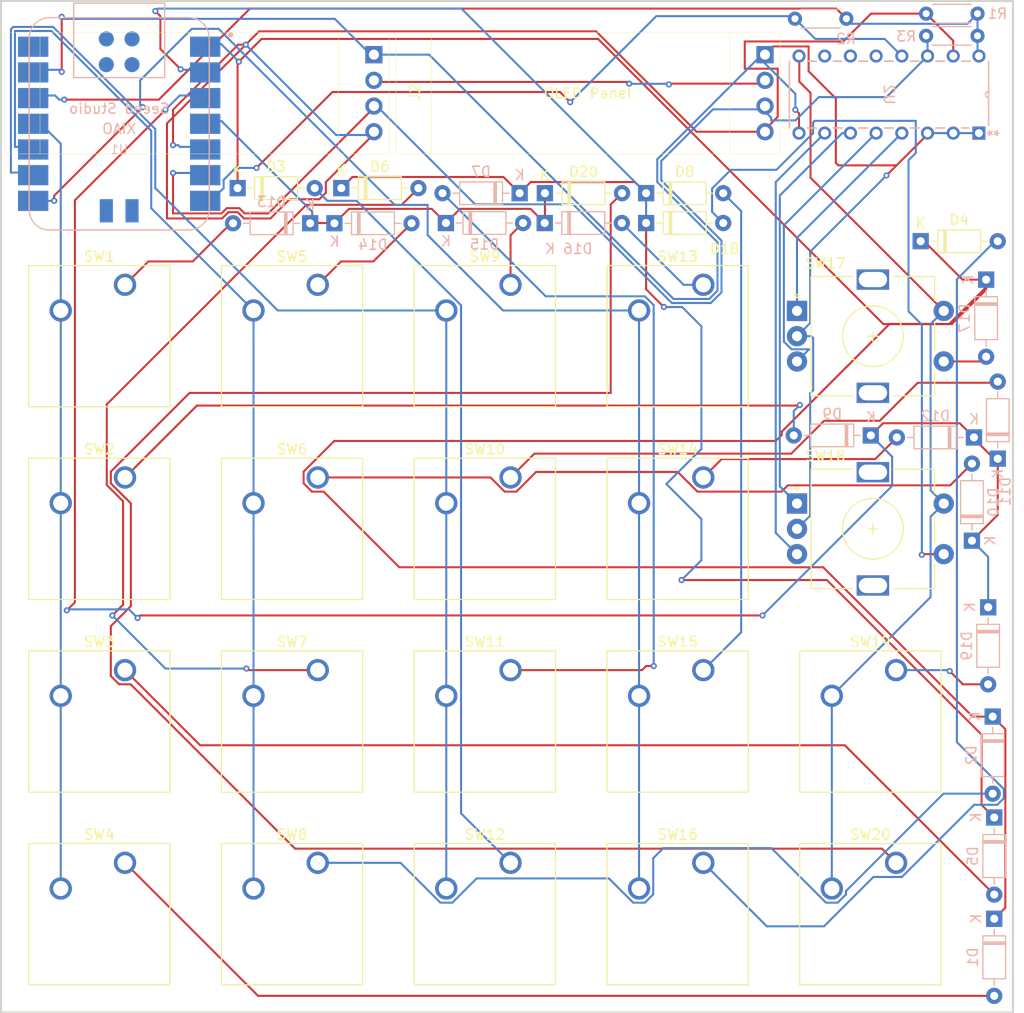
<source format=kicad_pcb>
(kicad_pcb (version 20240108) (generator "pcbnew") (generator_version "8.0")
  (layers (0 "F.Cu" signal) (31 "B.Cu" signal) (34 "B.Paste" user) (35 "F.Paste" user) (36 "B.SilkS" user "B.Silkscreen") (37 "F.SilkS" user "F.Silkscreen") (38 "B.Mask" user) (39 "F.Mask" user) (44 "Edge.Cuts" user))
  (net 0 "")
  (net 1 "Net-(D1-A)")
  (net 2 "ROW0")
  (net 3 "Net-(D2-A)")
  (net 4 "Net-(D3-A)")
  (net 5 "Net-(D4-A)")
  (net 6 "ROW1")
  (net 7 "Net-(D5-A)")
  (net 8 "Net-(D6-A)")
  (net 9 "Net-(D7-A)")
  (net 10 "Net-(D8-A)")
  (net 11 "Net-(D9-A)")
  (net 12 "ROW2")
  (net 13 "Net-(D10-A)")
  (net 14 "Net-(D11-A)")
  (net 15 "Net-(D12-A)")
  (net 16 "Net-(D13-A)")
  (net 17 "ROW3")
  (net 18 "Net-(D14-A)")
  (net 19 "Net-(D15-A)")
  (net 20 "Net-(D16-A)")
  (net 21 "GND")
  (net 22 "SCL")
  (net 23 "SDA")
  (net 24 "VCC")
  (net 25 "COL0")
  (net 26 "COL1")
  (net 27 "COL2")
  (net 28 "COL3")
  (net 34 "+5V")
  (net 35 "+3V3")
  (net 36 "Rotary1")
  (net 38 "Rotary3")
  (net 39 "Net-(D19-A)")
  (net 40 "Net-(D20-A)")
  (net 41 "IO_INT")
  (net 42 "COL4")
  (net 43 "Net-(U2-P0)")
  (net 44 "Net-(U2-P1)")
  (net 45 "Net-(U2-P2)")
  (net 46 "Net-(U2-P3)")
  (net 49 "unconnected-(U2-P5-Pad10)")
  (footprint "Button_Switch_Keyboard:SW_Cherry_MX_1.00u_PCB" (layer "F.Cu") (at 159.7025 85.4075)
    (property "Reference" "SW19")
    (property "Value" "SW_Push")
  )
  (footprint "Diode_THT:D_DO-35_SOD27_P7.62mm_Horizontal" (layer "F.Cu") (at 104.88 37.75)
    (property "Reference" "D6")
    (property "Value" "1N4148")
  )
  (footprint "Button_Switch_Keyboard:SW_Cherry_MX_1.00u_PCB" (layer "F.Cu") (at 121.6025 47.3075)
    (property "Reference" "SW9")
    (property "Value" "SW_Push")
  )
  (footprint "Button_Switch_Keyboard:SW_Cherry_MX_1.00u_PCB" (layer "F.Cu") (at 121.6025 66.3575)
    (property "Reference" "SW10")
    (property "Value" "SW_Push")
  )
  (footprint "Button_Switch_Keyboard:SW_Cherry_MX_1.00u_PCB" (layer "F.Cu") (at 83.5025 104.4575)
    (property "Reference" "SW4")
    (property "Value" "SW_Push")
  )
  (footprint "Library:RotaryEncoder_Alps_EC11E-Switch_Vertical_H20mm" (layer "F.Cu") (at 149.9125 49.8875)
    (property "Reference" "SW17")
    (property "Value" "RotaryEncoder_Switch")
  )
  (footprint "Button_Switch_Keyboard:SW_Cherry_MX_1.00u_PCB" (layer "F.Cu") (at 140.6525 47.3075)
    (property "Reference" "SW13")
    (property "Value" "SW_Push")
  )
  (footprint "Diode_THT:D_DO-35_SOD27_P7.62mm_Horizontal" (layer "F.Cu") (at 125 38.25)
    (property "Reference" "D20")
    (property "Value" "1N4148")
  )
  (footprint "Button_Switch_Keyboard:SW_Cherry_MX_1.00u_PCB" (layer "F.Cu") (at 140.6525 85.4075)
    (property "Reference" "SW15")
    (property "Value" "SW_Push")
  )
  (footprint "Button_Switch_Keyboard:SW_Cherry_MX_1.00u_PCB" (layer "F.Cu") (at 102.5525 66.3575)
    (property "Reference" "SW6")
    (property "Value" "SW_Push")
  )
  (footprint "Button_Switch_Keyboard:SW_Cherry_MX_1.00u_PCB" (layer "F.Cu") (at 140.6525 104.4575)
    (property "Reference" "SW16")
    (property "Value" "SW_Push")
  )
  (footprint "Diode_THT:D_DO-35_SOD27_P7.62mm_Horizontal" (layer "F.Cu") (at 135 41.2)
    (property "Reference" "D18")
    (property "Value" "1N4148")
  )
  (footprint "Diode_THT:D_DO-35_SOD27_P7.62mm_Horizontal" (layer "F.Cu") (at 94.63 37.75)
    (property "Reference" "D3")
    (property "Value" "1N4148")
  )
  (footprint "Button_Switch_Keyboard:SW_Cherry_MX_1.00u_PCB" (layer "F.Cu") (at 121.6025 104.4575)
    (property "Reference" "SW12")
    (property "Value" "SW_Push")
  )
  (footprint "Button_Switch_Keyboard:SW_Cherry_MX_1.00u_PCB" (layer "F.Cu") (at 83.5025 66.3575)
    (property "Reference" "SW2")
    (property "Value" "SW_Push")
  )
  (footprint "Button_Switch_Keyboard:SW_Cherry_MX_1.00u_PCB" (layer "F.Cu") (at 159.7025 104.4575)
    (property "Reference" "SW20")
    (property "Value" "SW_Push")
  )
  (footprint "Button_Switch_Keyboard:SW_Cherry_MX_1.00u_PCB" (layer "F.Cu") (at 102.5525 104.4575)
    (property "Reference" "SW8")
    (property "Value" "SW_Push")
  )
  (footprint "Library:SSD1306-0.91-OLED-4pin-128x32" (layer "F.Cu") (at 110.25 22.365)
    (property "Reference" "J2")
    (property "Value" "Conn_01x04")
  )
  (footprint "Diode_THT:D_DO-35_SOD27_P7.62mm_Horizontal" (layer "F.Cu") (at 162.13 43)
    (property "Reference" "D4")
    (property "Value" "1N4148")
  )
  (footprint "Library:SSD1306-0.91-OLED-4pin-128x32" (layer "F.Cu") (at 71.6025 22.365)
    (property "Reference" "J1" (hide yes))
    (property "Value" "Conn_01x04")
  )
  (footprint "Button_Switch_Keyboard:SW_Cherry_MX_1.00u_PCB" (layer "F.Cu") (at 102.5525 47.3075)
    (property "Reference" "SW5")
    (property "Value" "SW_Push")
  )
  (footprint "Button_Switch_Keyboard:SW_Cherry_MX_1.00u_PCB" (layer "F.Cu") (at 140.6525 66.3575)
    (property "Reference" "SW14")
    (property "Value" "SW_Push")
  )
  (footprint "Button_Switch_Keyboard:SW_Cherry_MX_1.00u_PCB" (layer "F.Cu") (at 102.5525 85.4075)
    (property "Reference" "SW7")
    (property "Value" "SW_Push")
  )
  (footprint "Library:RotaryEncoder_Alps_EC11E-Switch_Vertical_H20mm" (layer "F.Cu") (at 149.9125 68.9375)
    (property "Reference" "SW18")
    (property "Value" "RotaryEncoder_Switch")
  )
  (footprint "Diode_THT:D_DO-35_SOD27_P7.62mm_Horizontal" (layer "F.Cu") (at 135 38.25)
    (property "Reference" "D8")
    (property "Value" "1N4148")
  )
  (footprint "Button_Switch_Keyboard:SW_Cherry_MX_1.00u_PCB" (layer "F.Cu") (at 83.5025 47.3075)
    (property "Reference" "SW1")
    (property "Value" "SW_Push")
  )
  (footprint "Button_Switch_Keyboard:SW_Cherry_MX_1.00u_PCB" (layer "F.Cu") (at 83.5025 85.4075)
    (property "Reference" "SW3")
    (property "Value" "SW_Push")
  )
  (footprint "Button_Switch_Keyboard:SW_Cherry_MX_1.00u_PCB" (layer "F.Cu") (at 121.6025 85.4075)
    (property "Reference" "SW11")
    (property "Value" "SW_Push")
  )
  (footprint "Diode_THT:D_DO-35_SOD27_P7.62mm_Horizontal" (layer "B.Cu") (at 115.217998 41.2)
    (property "Reference" "D15")
    (property "Value" "1N4148")
  )
  (footprint "Diode_THT:D_DO-35_SOD27_P7.62mm_Horizontal" (layer "B.Cu") (at 168.8 79.19 -90)
    (property "Reference" "D19")
    (property "Value" "1N4148")
  )
  (footprint "Diode_THT:D_DO-35_SOD27_P7.62mm_Horizontal" (layer "B.Cu") (at 167.2 72.61 90)
    (property "Reference" "D10")
    (property "Value" "1N4148")
  )
  (footprint "Diode_THT:D_DO-35_SOD27_P7.62mm_Horizontal" (layer "B.Cu") (at 104.2 41.227526)
    (property "Reference" "D14")
    (property "Value" "1N4148")
  )
  (footprint "Diode_THT:D_DO-35_SOD27_P7.62mm_Horizontal" (layer "B.Cu") (at 157.21 62.2 180)
    (property "Reference" "D9")
    (property "Value" "1N4148")
  )
  (footprint "Diode_THT:D_DO-35_SOD27_P7.62mm_Horizontal" (layer "B.Cu") (at 168.6 46.8 -90)
    (property "Reference" "D17")
    (property "Value" "1N4148")
  )
  (footprint "Diode_THT:D_DO-35_SOD27_P7.62mm_Horizontal" (layer "B.Cu") (at 101.8 41.227526 180)
    (property "Reference" "D13")
    (property "Value" "1N4148")
  )
  (footprint "Resistor_THT:R_Axial_DIN0204_L3.6mm_D1.6mm_P5.08mm_Horizontal" (layer "B.Cu") (at 162.67 22.693748)
    (property "Reference" "R3")
    (property "Value" "10k")
  )
  (footprint "Library:PCF8574A" (layer "B.Cu") (at 150.11 24.69 90)
    (property "Reference" "U2")
    (property "Value" "PCF8574A")
  )
  (footprint "Diode_THT:D_DO-35_SOD27_P7.62mm_Horizontal" (layer "B.Cu") (at 122.5 38.25 180)
    (property "Reference" "D7")
    (property "Value" "1N4148")
  )
  (footprint "Diode_THT:D_DO-35_SOD27_P7.62mm_Horizontal" (layer "B.Cu") (at 169.4 99.98 -90)
    (property "Reference" "D5")
    (property "Value" "1N4148")
  )
  (footprint "Diode_THT:D_DO-35_SOD27_P7.62mm_Horizontal" (layer "B.Cu") (at 169.25 90 -90)
    (property "Reference" "D2")
    (property "Value" "1N4148")
  )
  (footprint "Diode_THT:D_DO-35_SOD27_P7.62mm_Horizontal" (layer "B.Cu") (at 169.4 109.99 -90)
    (property "Reference" "D1")
    (property "Value" "1N4148")
  )
  (footprint "Library:XIAO-SAMD21-RP2040-14P-2.54-21X17.8MM (Seeeduino XIAO)" (layer "B.Cu") (at 82.928132 31.39 180)
    (property "Reference" "U1")
    (property "Value" "Seeed Studio XIAO SAMD21" (hide yes))
  )
  (footprint "Diode_THT:D_DO-35_SOD27_P7.62mm_Horizontal" (layer "B.Cu") (at 167.4 62.4 180)
    (property "Reference" "D12")
    (property "Value" "1N4148")
  )
  (footprint "Resistor_THT:R_Axial_DIN0204_L3.6mm_D1.6mm_P5.08mm_Horizontal" (layer "B.Cu") (at 154.79 21 180)
    (property "Reference" "R2")
    (property "Value" "10k")
  )
  (footprint "Diode_THT:D_DO-35_SOD27_P7.62mm_Horizontal" (layer "B.Cu") (at 124.98 41.2)
    (property "Reference" "D16")
    (property "Value" "1N4148")
  )
  (footprint "Diode_THT:D_DO-35_SOD27_P7.62mm_Horizontal" (layer "B.Cu") (at 169.75 64.5 90)
    (property "Reference" "D11")
    (property "Value" "1N4148")
  )
  (footprint "Resistor_THT:R_Axial_DIN0204_L3.6mm_D1.6mm_P5.08mm_Horizontal" (layer "B.Cu") (at 167.75 20.5 180)
    (property "Reference" "R1")
    (property "Value" "10k")
  )
  (gr_rect (start 71.25 19.25) (end 171.25 119.25) (stroke (width 0.2)) (fill none) (layer "Edge.Cuts"))
  (segment (start 96.655 117.61) (end 169.4 117.61) (width 0.2) (layer "F.Cu") (net 1))
  (segment (start 83.5025 104.4575) (end 96.655 117.61) (width 0.2) (layer "F.Cu") (net 1))
  (segment (start 159.046865 51.1875) (end 164.950978 51.1875) (width 0.2) (layer "F.Cu") (net 2))
  (segment (start 104.180101 62.75) (end 147.815686 62.75) (width 0.2) (layer "F.Cu") (net 2))
  (segment (start 101.1525 66.937399) (end 101.1525 65.777601) (width 0.2) (layer "F.Cu") (net 2))
  (segment (start 166.27 46.8) (end 162.47 43) (width 0.2) (layer "F.Cu") (net 2))
  (segment (start 164.950978 51.1875) (end 168.6 47.538478) (width 0.2) (layer "F.Cu") (net 2))
  (segment (start 101.972601 67.7575) (end 101.1525 66.937399) (width 0.2) (layer "F.Cu") (net 2))
  (segment (start 169.4 109.99) (end 170.5 108.89) (width 0.2) (layer "F.Cu") (net 2))
  (segment (start 94.75 25.25) (end 97 23) (width 0.2) (layer "F.Cu") (net 2))
  (segment (start 165.2125 51.1875) (end 168.6 47.8) (width 0.2) (layer "F.Cu") (net 2))
  (segment (start 168.6 46.8) (end 166.27 46.8) (width 0.2) (layer "F.Cu") (net 2))
  (segment (start 170.5 108.89) (end 170.5 91.25) (width 0.2) (layer "F.Cu") (net 2))
  (segment (start 170.5 91.25) (end 169.25 90) (width 0.2) (layer "F.Cu") (net 2))
  (segment (start 168.6 47.8) (end 168.6 46.8) (width 0.2) (layer "F.Cu") (net 2))
  (segment (start 101.1525 65.777601) (end 104.180101 62.75) (width 0.2) (layer "F.Cu") (net 2))
  (segment (start 110.612399 75.2375) (end 103.132399 67.7575) (width 0.2) (layer "F.Cu") (net 2))
  (segment (start 148.4 61.834365) (end 159.046865 51.1875) (width 0.2) (layer "F.Cu") (net 2))
  (segment (start 158.4375 51.1875) (end 165.2125 51.1875) (width 0.2) (layer "F.Cu") (net 2))
  (segment (start 94.63 37.75) (end 94.63 25.37) (width 0.2) (layer "F.Cu") (net 2))
  (segment (start 168.6 47.538478) (end 168.6 46.8) (width 0.2) (layer "F.Cu") (net 2))
  (segment (start 147.815686 62.75) (end 148.4 62.165686) (width 0.2) (layer "F.Cu") (net 2))
  (segment (start 103.132399 67.7575) (end 101.972601 67.7575) (width 0.2) (layer "F.Cu") (net 2))
  (segment (start 162.47 43) (end 162.44 43) (width 0.2) (layer "F.Cu") (net 2))
  (segment (start 97 23) (end 130.25 23) (width 0.2) (layer "F.Cu") (net 2))
  (segment (start 152.5 75.2375) (end 110.612399 75.2375) (width 0.2) (layer "F.Cu") (net 2))
  (segment (start 130.25 23) (end 158.4375 51.1875) (width 0.2) (layer "F.Cu") (net 2))
  (segment (start 169.25 90) (end 167.2625 90) (width 0.2) (layer "F.Cu") (net 2))
  (segment (start 167.2625 90) (end 152.5 75.2375) (width 0.2) (layer "F.Cu") (net 2))
  (segment (start 94.63 25.37) (end 94.75 25.25) (width 0.2) (layer "F.Cu") (net 2))
  (segment (start 148.4 62.165686) (end 148.4 61.834365) (width 0.2) (layer "F.Cu") (net 2))
  (via (at 94.75 25.25) (size 0.6) (drill 0.3) (layers "F.Cu" "B.Cu") (net 2))
  (segment (start 94.75 25.25) (end 93.011664 23.511664) (width 0.2) (layer "B.Cu") (net 2))
  (segment (start 93.011664 23.511664) (end 91.428132 23.511664) (width 0.2) (layer "B.Cu") (net 2))
  (segment (start 136.7025 103) (end 147.375101 103) (width 0.2) (layer "B.Cu") (net 3))
  (segment (start 154.7525 107.2475) (end 164.38 97.62) (width 0.2) (layer "B.Cu") (net 3))
  (segment (start 102.5525 104.4575) (end 110.732601 104.4575) (width 0.2) (layer "B.Cu") (net 3))
  (segment (start 154.7525 107.577399) (end 154.7525 107.2475) (width 0.2) (layer "B.Cu") (net 3))
  (segment (start 135.7025 107.577399) (end 135.7025 104) (width 0.2) (layer "B.Cu") (net 3))
  (segment (start 114.672601 108.3975) (end 115.8525 108.3975) (width 0.2) (layer "B.Cu") (net 3))
  (segment (start 133.722601 108.3975) (end 134.882399 108.3975) (width 0.2) (layer "B.Cu") (net 3))
  (segment (start 164.38 97.62) (end 169.25 97.62) (width 0.2) (layer "B.Cu") (net 3))
  (segment (start 118.25 106) (end 131.325101 106) (width 0.2) (layer "B.Cu") (net 3))
  (segment (start 153.932399 108.3975) (end 154.7525 107.577399) (width 0.2) (layer "B.Cu") (net 3))
  (segment (start 115.8525 108.3975) (end 118.25 106) (width 0.2) (layer "B.Cu") (net 3))
  (segment (start 134.882399 108.3975) (end 135.7025 107.577399) (width 0.2) (layer "B.Cu") (net 3))
  (segment (start 147.375101 103) (end 152.772601 108.3975) (width 0.2) (layer "B.Cu") (net 3))
  (segment (start 110.732601 104.4575) (end 114.672601 108.3975) (width 0.2) (layer "B.Cu") (net 3))
  (segment (start 135.7025 104) (end 136.7025 103) (width 0.2) (layer "B.Cu") (net 3))
  (segment (start 152.772601 108.3975) (end 153.932399 108.3975) (width 0.2) (layer "B.Cu") (net 3))
  (segment (start 131.325101 106) (end 133.722601 108.3975) (width 0.2) (layer "B.Cu") (net 3))
  (segment (start 116.7125 99.5675) (end 116.7125 49.327601) (width 0.2) (layer "B.Cu") (net 4))
  (segment (start 103.5 39) (end 106.3849 39) (width 0.2) (layer "B.Cu") (net 4))
  (segment (start 116.7125 49.327601) (end 110.81745 43.43255) (width 0.2) (layer "B.Cu") (net 4))
  (segment (start 102.25 37.75) (end 103.5 39) (width 0.2) (layer "B.Cu") (net 4))
  (segment (start 110.81745 43.43255) (end 106.3849 39) (width 0.2) (layer "B.Cu") (net 4))
  (segment (start 121.6025 104.4575) (end 116.7125 99.5675) (width 0.2) (layer "B.Cu") (net 4))
  (segment (start 169.480761 43) (end 165.7125 46.768261) (width 0.2) (layer "B.Cu") (net 5))
  (segment (start 170.35 97.164365) (end 170.35 98.075635) (width 0.2) (layer "B.Cu") (net 5))
  (segment (start 146.9325 110.7375) (end 140.6525 104.4575) (width 0.2) (layer "B.Cu") (net 5))
  (segment (start 169.705635 98.72) (end 167.419899 98.72) (width 0.2) (layer "B.Cu") (net 5))
  (segment (start 167.419899 98.72) (end 160.282399 105.8575) (width 0.2) (layer "B.Cu") (net 5))
  (segment (start 157.459556 105.8575) (end 152.579556 110.7375) (width 0.2) (layer "B.Cu") (net 5))
  (segment (start 170.35 98.075635) (end 169.705635 98.72) (width 0.2) (layer "B.Cu") (net 5))
  (segment (start 170.06 43) (end 169.480761 43) (width 0.2) (layer "B.Cu") (net 5))
  (segment (start 152.579556 110.7375) (end 146.9325 110.7375) (width 0.2) (layer "B.Cu") (net 5))
  (segment (start 165.7125 46.768261) (end 165.7125 92.526865) (width 0.2) (layer "B.Cu") (net 5))
  (segment (start 160.282399 105.8575) (end 157.459556 105.8575) (width 0.2) (layer "B.Cu") (net 5))
  (segment (start 165.7125 92.526865) (end 170.35 97.164365) (width 0.2) (layer "B.Cu") (net 5))
  (segment (start 152.8625 76.5) (end 138.5 76.5) (width 0.2) (layer "F.Cu") (net 6))
  (segment (start 86.5 20.25) (end 87 20.75) (width 0.2) (layer "F.Cu") (net 6))
  (segment (start 87 20.75) (end 87 24) (width 0.2) (layer "F.Cu") (net 6))
  (segment (start 168.15 98.73) (end 168.15 91.7875) (width 0.2) (layer "F.Cu") (net 6))
  (segment (start 122.5 38.25) (end 120.9 36.65) (width 0.2) (layer "F.Cu") (net 6))
  (segment (start 120.9 36.65) (end 105.98 36.65) (width 0.2) (layer "F.Cu") (net 6))
  (segment (start 105.98 36.65) (end 104.88 37.75) (width 0.2) (layer "F.Cu") (net 6))
  (segment (start 169.4 99.98) (end 168.15 98.73) (width 0.2) (layer "F.Cu") (net 6))
  (segment (start 168.15 91.7875) (end 152.8625 76.5) (width 0.2) (layer "F.Cu") (net 6))
  (segment (start 87 24) (end 89 26) (width 0.2) (layer "F.Cu") (net 6))
  (segment (start 135 47.75) (end 135 41.2) (width 0.2) (layer "F.Cu") (net 6))
  (segment (start 136.75 49.5) (end 135 47.75) (width 0.2) (layer "F.Cu") (net 6))
  (segment (start 123.6 37.15) (end 133.9 37.15) (width 0.2) (layer "F.Cu") (net 6))
  (segment (start 133.9 37.15) (end 135 38.25) (width 0.2) (layer "F.Cu") (net 6))
  (segment (start 122.5 38.25) (end 123.6 37.15) (width 0.2) (layer "F.Cu") (net 6))
  (via (at 86.5 20.25) (size 0.6) (drill 0.3) (layers "F.Cu" "B.Cu") (net 6))
  (via (at 136.75 49.5) (size 0.6) (drill 0.3) (layers "F.Cu" "B.Cu") (net 6))
  (via (at 138.5 76.5) (size 0.6) (drill 0.3) (layers "F.Cu" "B.Cu") (net 6))
  (via (at 89 26) (size 0.6) (drill 0.3) (layers "F.Cu" "B.Cu") (net 6))
  (segment (start 138.555902 49.5075) (end 136.7575 49.5075) (width 0.2) (layer "B.Cu") (net 6))
  (segment (start 140.4625 51.414098) (end 138.555902 49.5075) (width 0.2) (layer "B.Cu") (net 6))
  (segment (start 140.4625 74.5375) (end 140.4625 70.4625) (width 0.2) (layer "B.Cu") (net 6))
  (segment (start 89 26) (end 89.051664 26.051664) (width 0.2) (layer "B.Cu") (net 6))
  (segment (start 140.4625 63.5375) (end 140.4625 51.414098) (width 0.2) (layer "B.Cu") (net 6))
  (segment (start 136.7575 49.5075) (end 136.75 49.5) (width 0.2) (layer "B.Cu") (net 6))
  (segment (start 86.5 20.25) (end 86.75 20) (width 0.2) (layer "B.Cu") (net 6))
  (segment (start 116.75 20) (end 135 38.25) (width 0.2) (layer "B.Cu") (net 6))
  (segment (start 137 67) (end 140.4625 63.5375) (width 0.2) (layer "B.Cu") (net 6))
  (segment (start 140.4625 70.4625) (end 137 67) (width 0.2) (layer "B.Cu") (net 6))
  (segment (start 89.051664 26.051664) (end 91.428132 26.051664) (width 0.2) (layer "B.Cu") (net 6))
  (segment (start 86.75 20) (end 116.75 20) (width 0.2) (layer "B.Cu") (net 6))
  (segment (start 138.5 76.5) (end 140.4625 74.5375) (width 0.2) (layer "B.Cu") (net 6))
  (segment (start 135 38.25) (end 135 41.2) (width 0.2) (layer "B.Cu") (net 6))
  (segment (start 169.4 107.6) (end 154.6375 92.8375) (width 0.2) (layer "F.Cu") (net 7))
  (segment (start 90.9325 92.8375) (end 83.5025 85.4075) (width 0.2) (layer "F.Cu") (net 7))
  (segment (start 154.6375 92.8375) (end 90.9325 92.8375) (width 0.2) (layer "F.Cu") (net 7))
  (segment (start 112.5 37.75) (end 110.85 39.4) (width 0.2) (layer "F.Cu") (net 8))
  (segment (start 81.7025 67.103085) (end 83.3125 68.713085) (width 0.2) (layer "F.Cu") (net 8))
  (segment (start 101.427526 39.4) (end 81.7025 59.125026) (width 0.2) (layer "F.Cu") (net 8))
  (segment (start 83.3125 78.9375) (end 82.25 80) (width 0.2) (layer "F.Cu") (net 8))
  (segment (start 83.3125 68.713085) (end 83.3125 78.9375) (width 0.2) (layer "F.Cu") (net 8))
  (segment (start 110.85 39.4) (end 101.427526 39.4) (width 0.2) (layer "F.Cu") (net 8))
  (segment (start 95.5 85.25) (end 95.6575 85.4075) (width 0.2) (layer "F.Cu") (net 8))
  (segment (start 81.7025 59.125026) (end 81.7025 67.103085) (width 0.2) (layer "F.Cu") (net 8))
  (segment (start 95.6575 85.4075) (end 102.5525 85.4075) (width 0.2) (layer "F.Cu") (net 8))
  (via (at 82.25 80) (size 0.6) (drill 0.3) (layers "F.Cu" "B.Cu") (net 8))
  (via (at 95.5 85.25) (size 0.6) (drill 0.3) (layers "F.Cu" "B.Cu") (net 8))
  (segment (start 87.5 85.25) (end 82.25 80) (width 0.2) (layer "B.Cu") (net 8))
  (segment (start 95.5 85.25) (end 87.5 85.25) (width 0.2) (layer "B.Cu") (net 8))
  (segment (start 135 85) (end 134.5925 85.4075) (width 0.2) (layer "F.Cu") (net 9))
  (segment (start 134.5925 85.4075) (end 121.6025 85.4075) (width 0.2) (layer "F.Cu") (net 9))
  (segment (start 135.75 85) (end 135 85) (width 0.2) (layer "F.Cu") (net 9))
  (via (at 135.75 85) (size 0.6) (drill 0.3) (layers "F.Cu" "B.Cu") (net 9))
  (segment (start 134.882399 48.4475) (end 135.75 49.315101) (width 0.2) (layer "B.Cu") (net 9))
  (segment (start 135.75 49.315101) (end 135.75 85) (width 0.2) (layer "B.Cu") (net 9))
  (segment (start 114.88 38.25) (end 125.0775 48.4475) (width 0.2) (layer "B.Cu") (net 9))
  (segment (start 125.0775 48.4475) (end 134.882399 48.4475) (width 0.2) (layer "B.Cu") (net 9))
  (segment (start 144.3925 40.0225) (end 142.62 38.25) (width 0.2) (layer "B.Cu") (net 10))
  (segment (start 140.6525 85.4075) (end 144.3925 81.6675) (width 0.2) (layer "B.Cu") (net 10))
  (segment (start 144.3925 81.6675) (end 144.3925 40.0225) (width 0.2) (layer "B.Cu") (net 10))
  (segment (start 149.75 59.25) (end 150.135836 59.25) (width 0.2) (layer "F.Cu") (net 11))
  (segment (start 150.135836 59.25) (end 150.192918 59.192918) (width 0.2) (layer "F.Cu") (net 11))
  (segment (start 83.5025 66.3575) (end 90.61 59.25) (width 0.2) (layer "F.Cu") (net 11))
  (segment (start 90.61 59.25) (end 149.75 59.25) (width 0.2) (layer "F.Cu") (net 11))
  (via (at 150.192918 59.192918) (size 0.6) (drill 0.3) (layers "F.Cu" "B.Cu") (net 11))
  (segment (start 150.192918 59.192918) (end 149.59 59.795836) (width 0.2) (layer "B.Cu") (net 11))
  (segment (start 149.59 59.795836) (end 149.59 62.2) (width 0.2) (layer "B.Cu") (net 11))
  (segment (start 167.4 62.525) (end 169.485 64.61) (width 0.2) (layer "F.Cu") (net 12))
  (segment (start 146.5 80) (end 85 80) (width 0.2) (layer "F.Cu") (net 12))
  (segment (start 158.41 61) (end 157.21 62.2) (width 0.2) (layer "F.Cu") (net 12))
  (segment (start 169.75 64.61) (end 169.75 70.06) (width 0.2) (layer "F.Cu") (net 12))
  (segment (start 167.4 62.4) (end 166 61) (width 0.2) (layer "F.Cu") (net 12))
  (segment (start 77.7525 79.5) (end 78.5525 78.7) (width 0.2) (layer "F.Cu") (net 12))
  (segment (start 167.4 62.4) (end 167.4 62.525) (width 0.2) (layer "F.Cu") (net 12))
  (segment (start 78.5525 78.7) (end 78.5525 38.9475) (width 0.2) (layer "F.Cu") (net 12))
  (segment (start 166 61) (end 158.41 61) (width 0.2) (layer "F.Cu") (net 12))
  (segment (start 85 80) (end 84.75 80.25) (width 0.2) (layer "F.Cu") (net 12))
  (segment (start 78.5525 38.9475) (end 87.5 30) (width 0.2) (layer "F.Cu") (net 12))
  (segment (start 169.75 70.06) (end 167.2 72.61) (width 0.2) (layer "F.Cu") (net 12))
  (segment (start 169.485 64.61) (end 169.75 64.61) (width 0.2) (layer "F.Cu") (net 12))
  (via (at 84.75 80.25) (size 0.6) (drill 0.3) (layers "F.Cu" "B.Cu") (net 12))
  (via (at 87.5 30) (size 0.6) (drill 0.3) (layers "F.Cu" "B.Cu") (net 12))
  (via (at 77.7525 79.5) (size 0.6) (drill 0.3) (layers "F.Cu" "B.Cu") (net 12))
  (via (at 146.5 80) (size 0.6) (drill 0.3) (layers "F.Cu" "B.Cu") (net 12))
  (segment (start 84.75 80.25) (end 83.9 79.4) (width 0.2) (layer "B.Cu") (net 12))
  (segment (start 83.9 79.4) (end 77.8525 79.4) (width 0.2) (layer "B.Cu") (net 12))
  (segment (start 157.21 62.2) (end 159.3125 64.3025) (width 0.2) (layer "B.Cu") (net 12))
  (segment (start 168.8 74.21) (end 167.2 72.61) (width 0.2) (layer "B.Cu") (net 12))
  (segment (start 168.8 79.19) (end 168.8 74.21) (width 0.2) (layer "B.Cu") (net 12))
  (segment (start 159.3125 67.1875) (end 146.5 80) (width 0.2) (layer "B.Cu") (net 12))
  (segment (start 87.5 30) (end 88.908336 28.591664) (width 0.2) (layer "B.Cu") (net 12))
  (segment (start 88.908336 28.591664) (end 91.428132 28.591664) (width 0.2) (layer "B.Cu") (net 12))
  (segment (start 159.3125 64.3025) (end 159.3125 67.1875) (width 0.2) (layer "B.Cu") (net 12))
  (segment (start 77.8525 79.4) (end 77.7525 79.5) (width 0.2) (layer "B.Cu") (net 12))
  (segment (start 138.129314 65.814213) (end 140.072601 67.7575) (width 0.2) (layer "F.Cu") (net 13))
  (segment (start 102.5525 66.3575) (end 119.622601 66.3575) (width 0.2) (layer "F.Cu") (net 13))
  (segment (start 124.125686 65.814213) (end 138.129314 65.814213) (width 0.2) (layer "F.Cu") (net 13))
  (segment (start 122.182399 67.7575) (end 124.125686 65.814213) (width 0.2) (layer "F.Cu") (net 13))
  (segment (start 121.022601 67.7575) (end 122.182399 67.7575) (width 0.2) (layer "F.Cu") (net 13))
  (segment (start 119.622601 66.3575) (end 121.022601 67.7575) (width 0.2) (layer "F.Cu") (net 13))
  (segment (start 165.0525 67.1375) (end 167.2 64.99) (width 0.2) (layer "F.Cu") (net 13))
  (segment (start 148.38 67.7575) (end 149 67.1375) (width 0.2) (layer "F.Cu") (net 13))
  (segment (start 140.072601 67.7575) (end 148.38 67.7575) (width 0.2) (layer "F.Cu") (net 13))
  (segment (start 149 67.1375) (end 165.0525 67.1375) (width 0.2) (layer "F.Cu") (net 13))
  (segment (start 149.345635 64) (end 123.96 64) (width 0.2) (layer "F.Cu") (net 14))
  (segment (start 158.094315 60.75) (end 152.595635 60.75) (width 0.2) (layer "F.Cu") (net 14))
  (segment (start 161.854315 56.99) (end 158.094315 60.75) (width 0.2) (layer "F.Cu") (net 14))
  (segment (start 123.96 64) (end 121.6025 66.3575) (width 0.2) (layer "F.Cu") (net 14))
  (segment (start 170 56.99) (end 161.854315 56.99) (width 0.2) (layer "F.Cu") (net 14))
  (segment (start 152.595635 60.75) (end 149.345635 64) (width 0.2) (layer "F.Cu") (net 14))
  (segment (start 157.6425 64.5375) (end 159.78 62.4) (width 0.2) (layer "F.Cu") (net 15))
  (segment (start 140.6525 66.3575) (end 142.4725 64.5375) (width 0.2) (layer "F.Cu") (net 15))
  (segment (start 142.4725 64.5375) (end 157.6425 64.5375) (width 0.2) (layer "F.Cu") (net 15))
  (segment (start 93.972474 41.227526) (end 90.2 45) (width 0.2) (layer "F.Cu") (net 16))
  (segment (start 85.81 45) (end 83.5025 47.3075) (width 0.2) (layer "F.Cu") (net 16))
  (segment (start 93.985456 41.227526) (end 93.972474 41.227526) (width 0.2) (layer "F.Cu") (net 16))
  (segment (start 90.2 45) (end 85.81 45) (width 0.2) (layer "F.Cu") (net 16))
  (segment (start 116.617998 39.8) (end 115.217998 41.2) (width 0.2) (layer "F.Cu") (net 17))
  (segment (start 105.635047 39.8) (end 104.235047 41.2) (width 0.2) (layer "F.Cu") (net 17))
  (segment (start 125 41.18) (end 124.98 41.2) (width 0.2) (layer "F.Cu") (net 17))
  (segment (start 115.217998 41.1845) (end 115.201249 41.1845) (width 0.2) (layer "F.Cu") (net 17))
  (segment (start 115.201249 41.1845) (end 113.816749 39.8) (width 0.2) (layer "F.Cu") (net 17))
  (segment (start 113.816749 39.8) (end 105.635047 39.8) (width 0.2) (layer "F.Cu") (net 17))
  (segment (start 125 38.25) (end 125 41.18) (width 0.2) (layer "F.Cu") (net 17))
  (segment (start 123.58 39.8) (end 116.617998 39.8) (width 0.2) (layer "F.Cu") (net 17))
  (segment (start 124.98 41.2) (end 123.58 39.8) (width 0.2) (layer "F.Cu") (net 17))
  (segment (start 104.235047 41.2) (end 102.027526 41.2) (width 0.2) (layer "F.Cu") (net 17))
  (segment (start 102.027526 41.2) (end 102 41.227526) (width 0.2) (layer "F.Cu") (net 17))
  (segment (start 91.428132 31.131664) (end 93.048817 31.131664) (width 0.2) (layer "B.Cu") (net 17))
  (segment (start 93.048817 31.131664) (end 102 40.082847) (width 0.2) (layer "B.Cu") (net 17))
  (segment (start 102 40.082847) (end 102 41.227526) (width 0.2) (layer "B.Cu") (net 17))
  (segment (start 108.047526 45) (end 111.662567 41.384959) (width 0.2) (layer "F.Cu") (net 18))
  (segment (start 104.86 45) (end 108.047526 45) (width 0.2) (layer "F.Cu") (net 18))
  (segment (start 111.662567 41.384959) (end 111.662567 41.227526) (width 0.2) (layer "F.Cu") (net 18))
  (segment (start 102.5525 47.3075) (end 104.86 45) (width 0.2) (layer "F.Cu") (net 18))
  (segment (start 121.6025 47.3075) (end 121.6025 42.408749) (width 0.2) (layer "F.Cu") (net 19))
  (segment (start 121.6025 42.408749) (end 122.826749 41.1845) (width 0.2) (layer "F.Cu") (net 19))
  (segment (start 122.826749 41.1845) (end 122.837998 41.1845) (width 0.2) (layer "F.Cu") (net 19))
  (segment (start 140.6525 47.3075) (end 138.7075 47.3075) (width 0.2) (layer "B.Cu") (net 20))
  (segment (start 138.7075 47.3075) (end 132.6 41.2) (width 0.2) (layer "B.Cu") (net 20))
  (segment (start 158.75 36.5) (end 159.75 35.5) (width 0.2) (layer "F.Cu") (net 21))
  (segment (start 159.75 35.5) (end 162.81 32.44) (width 0.2) (layer "F.Cu") (net 21))
  (segment (start 147.2652 23.8173) (end 146.2025 24.88) (width 0.2) (layer "F.Cu") (net 21))
  (segment (start 77.25 20.811664) (end 77.25 26.25) (width 0.2) (layer "F.Cu") (net 21))
  (segment (start 162.81 32.44) (end 162.81 32.31) (width 0.2) (layer "F.Cu") (net 21))
  (segment (start 153.75 35.25) (end 153.75 28.8873) (width 0.2) (layer "F.Cu") (net 21))
  (segment (start 149.75 30) (end 150.11 30.36) (width 0.2) (layer "F.Cu") (net 21))
  (segment (start 151.0577 26.195) (end 151.0577 23.7423) (width 0.2) (layer "F.Cu") (net 21))
  (segment (start 154 35.5) (end 153.75 35.25) (width 0.2) (layer "F.Cu") (net 21))
  (segment (start 159.75 35.5) (end 154 35.5) (width 0.2) (layer "F.Cu") (net 21))
  (segment (start 151.0577 23.7423) (end 147.5627 23.7423) (width 0.2) (layer "F.Cu") (net 21))
  (segment (start 153.75 28.8873) (end 151.0577 26.195) (width 0.2) (layer "F.Cu") (net 21))
  (segment (start 147.5627 23.7423) (end 146.75 24.555) (width 0.2) (layer "F.Cu") (net 21))
  (segment (start 150.11 30.36) (end 150.11 32.31) (width 0.2) (layer "F.Cu") (net 21))
  (via (at 158.75 36.5) (size 0.6) (drill 0.3) (layers "F.Cu" "B.Cu") (net 21))
  (via (at 149.75 30) (size 0.6) (drill 0.3) (layers "F.Cu" "B.Cu") (net 21))
  (via (at 77.25 20.811664) (size 0.6) (drill 0.3) (layers "F.Cu" "B.Cu") (net 21))
  (via (at 77.25 26.25) (size 0.6) (drill 0.3) (layers "F.Cu" "B.Cu") (net 21))
  (segment (start 146.12 24.88) (end 146.2025 24.88) (width 0.2) (layer "B.Cu") (net 21))
  (segment (start 151.2125 44.0375) (end 158.75 36.5) (width 0.2) (layer "B.Cu") (net 21))
  (segment (start 149.9125 71.4375) (end 151.2125 70.1375) (width 0.2) (layer "B.Cu") (net 21))
  (segment (start 136.1 34.9) (end 146.12 24.88) (width 0.2) (layer "B.Cu") (net 21))
  (segment (start 107.7775 24.555) (end 113.555 24.555) (width 0.2) (layer "B.Cu") (net 21))
  (segment (start 151.5125 52.573287) (end 151.326713 52.3875) (width 0.2) (layer "B.Cu") (net 21))
  (segment (start 151.2125 70.1375) (end 151.2125 58.025978) (width 0.2) (layer "B.Cu") (net 21))
  (segment (start 77.25 20.811664) (end 77.45 21.011664) (width 0.2) (layer "B.Cu") (net 21))
  (segment (start 146.2025 24.88) (end 149.75 28.4275) (width 0.2) (layer "B.Cu") (net 21))
  (segment (start 151.2125 51.0875) (end 151.2125 44.0375) (width 0.2) (layer "B.Cu") (net 21))
  (segment (start 149.75 28.4275) (end 149.75 29.75) (width 0.2) (layer "B.Cu") (net 21))
  (segment (start 141.232399 48.7075) (end 142.0525 47.887399) (width 0.2) (layer "B.Cu") (net 21))
  (segment (start 151.5125 57.725978) (end 151.5125 52.573287) (width 0.2) (layer "B.Cu") (net 21))
  (segment (start 142.0525 43.1025) (end 136.1 37.15) (width 0.2) (layer "B.Cu") (net 21))
  (segment (start 77.051664 26.051664) (end 74.428132 26.051664) (width 0.2) (layer "B.Cu") (net 21))
  (segment (start 142.0525 47.887399) (end 142.0525 43.1025) (width 0.2) (layer "B.Cu") (net 21))
  (segment (start 136.1 37.15) (end 136.1 34.9) (width 0.2) (layer "B.Cu") (net 21))
  (segment (start 149.9125 52.3875) (end 151.2125 51.0875) (width 0.2) (layer "B.Cu") (net 21))
  (segment (start 77.45 21.011664) (end 104.234164 21.011664) (width 0.2) (layer "B.Cu") (net 21))
  (segment (start 113.555 24.555) (end 137.7075 48.7075) (width 0.2) (layer "B.Cu") (net 21))
  (segment (start 137.7075 48.7075) (end 141.232399 48.7075) (width 0.2) (layer "B.Cu") (net 21))
  (segment (start 151.2125 58.025978) (end 151.5125 57.725978) (width 0.2) (layer "B.Cu") (net 21))
  (segment (start 77.25 26.25) (end 77.051664 26.051664) (width 0.2) (layer "B.Cu") (net 21))
  (segment (start 151.326713 52.3875) (end 149.9125 52.3875) (width 0.2) (layer "B.Cu") (net 21))
  (segment (start 162.81 32.31) (end 167.89 32.31) (width 0.2) (layer "B.Cu") (net 21))
  (segment (start 149.75 29.75) (end 149.75 30) (width 0.2) (layer "B.Cu") (net 21))
  (segment (start 104.234164 21.011664) (end 107.7775 24.555) (width 0.2) (layer "B.Cu") (net 21))
  (segment (start 93.036205 40.25) (end 88.25 40.25) (width 0.2) (layer "F.Cu") (net 22))
  (segment (start 93.558679 39.727526) (end 93.036205 40.25) (width 0.2) (layer "F.Cu") (net 22))
  (segment (start 107.94625 29.96) (end 97.65625 40.25) (width 0.2) (layer "F.Cu") (net 22))
  (segment (start 95.323795 40.25) (end 94.801321 39.727526) (width 0.2) (layer "F.Cu") (net 22))
  (segment (start 88.25 40.25) (end 88.25 36.25) (width 0.2) (layer "F.Cu") (net 22))
  (segment (start 108.1025 29.96) (end 107.94625 29.96) (width 0.2) (layer "F.Cu") (net 22))
  (segment (start 97.65625 40.25) (end 95.323795 40.25) (width 0.2) (layer "F.Cu") (net 22))
  (segment (start 94.801321 39.727526) (end 93.558679 39.727526) (width 0.2) (layer "F.Cu") (net 22))
  (via (at 88.25 36.25) (size 0.6) (drill 0.3) (layers "F.Cu" "B.Cu") (net 22))
  (segment (start 141.605686 29.96) (end 136.5 35.065686) (width 0.2) (layer "B.Cu") (net 22))
  (segment (start 147.3525 31.053179) (end 149.762507 31.053179) (width 0.2) (layer "B.Cu") (net 22))
  (segment (start 146.2025 29.635) (end 147.3525 30.785) (width 0.2) (layer "B.Cu") (net 22))
  (segment (start 162.81 22.833748) (end 162.67 22.693748) (width 0.2) (layer "B.Cu") (net 22))
  (segment (start 149.762507 31.053179) (end 152.065686 28.75) (width 0.2) (layer "B.Cu") (net 22))
  (segment (start 136.5 35.065686) (end 136.5 36.984314) (width 0.2) (layer "B.Cu") (net 22))
  (segment (start 136.5 36.984314) (end 142.4525 42.936814) (width 0.2) (layer "B.Cu") (net 22))
  (segment (start 147.3525 30.785) (end 147.3525 31.053179) (width 0.2) (layer "B.Cu") (net 22))
  (segment (start 152.065686 28.75) (end 158.75 28.75) (width 0.2) (layer "B.Cu") (net 22))
  (segment (start 118.1 39.35) (end 108.71 29.96) (width 0.2) (layer "B.Cu") (net 22))
  (segment (start 108.71 29.96) (end 108.1025 29.96) (width 0.2) (layer "B.Cu") (net 22))
  (segment (start 142.4525 48.053085) (end 141.398085 49.1075) (width 0.2) (layer "B.Cu") (net 22))
  (segment (start 158.75 28.75) (end 162.81 24.69) (width 0.2) (layer "B.Cu") (net 22))
  (segment (start 127.784314 39.35) (end 118.1 39.35) (width 0.2) (layer "B.Cu") (net 22))
  (segment (start 91.389796 36.25) (end 91.428132 36.211664) (width 0.2) (layer "B.Cu") (net 22))
  (segment (start 137.541814 49.1075) (end 127.784314 39.35) (width 0.2) (layer "B.Cu") (net 22))
  (segment (start 88.25 36.25) (end 91.389796 36.25) (width 0.2) (layer "B.Cu") (net 22))
  (segment (start 142.4525 42.936814) (end 142.4525 48.053085) (width 0.2) (layer "B.Cu") (net 22))
  (segment (start 145.959508 29.96) (end 141.605686 29.96) (width 0.2) (layer "B.Cu") (net 22))
  (segment (start 162.81 24.69) (end 162.81 22.833748) (width 0.2) (layer "B.Cu") (net 22))
  (segment (start 141.398085 49.1075) (end 137.541814 49.1075) (width 0.2) (layer "B.Cu") (net 22))
  (segment (start 103.35 38.205635) (end 103.35 37.15) (width 0.2) (layer "F.Cu") (net 23))
  (segment (start 148.004513 30.697987) (end 146.5275 32.175) (width 0.2) (layer "F.Cu") (net 23))
  (segment (start 146.5275 32.175) (end 139.990686 32.175) (width 0.2) (layer "F.Cu") (net 23))
  (segment (start 102.705635 38.85) (end 103.35 38.205635) (width 0.2) (layer "F.Cu") (net 23))
  (segment (start 87.65 40.75) (end 93.101891 40.75) (width 0.2) (layer "F.Cu") (net 23))
  (segment (start 165.35 24.69) (end 165.35 23.18) (width 0.2) (layer "F.Cu") (net 23))
  (segment (start 99.778186 38.85) (end 102.705635 38.85) (width 0.2) (layer "F.Cu") (net 23))
  (segment (start 108 32.5) (end 108.1025 32.5) (width 0.2) (layer "F.Cu") (net 23))
  (segment (start 87.65 31.35) (end 87.65 40.75) (width 0.2) (layer "F.Cu") (net 23))
  (segment (start 165.35 23.18) (end 162.67 20.5) (width 0.2) (layer "F.Cu") (net 23))
  (segment (start 95.258109 40.75) (end 97.878186 40.75) (width 0.2) (layer "F.Cu") (net 23))
  (segment (start 144.75 23.25) (end 144.75 25.940666) (width 0.2) (layer "F.Cu") (net 23))
  (segment (start 162.67 20.5) (end 157.229749 20.5) (width 0.2) (layer "F.Cu") (net 23))
  (segment (start 144.75 25.940666) (end 148.004513 25.940666) (width 0.2) (layer "F.Cu") (net 23))
  (segment (start 93.101891 40.75) (end 93.724365 40.127526) (width 0.2) (layer "F.Cu") (net 23))
  (segment (start 148.004513 25.940666) (end 148.004513 30.697987) (width 0.2) (layer "F.Cu") (net 23))
  (segment (start 97.878186 40.75) (end 99.778186 38.85) (width 0.2) (layer "F.Cu") (net 23))
  (segment (start 154.479749 23.25) (end 144.75 23.25) (width 0.2) (layer "F.Cu") (net 23))
  (segment (start 94.682499 23.567501) (end 88.25 30) (width 0.2) (layer "F.Cu") (net 23))
  (segment (start 96.75 22.25) (end 87.65 31.35) (width 0.2) (layer "F.Cu") (net 23))
  (segment (start 95.432499 23.567501) (end 94.682499 23.567501) (width 0.2) (layer "F.Cu") (net 23))
  (segment (start 157.229749 20.5) (end 154.479749 23.25) (width 0.2) (layer "F.Cu") (net 23))
  (segment (start 94.635635 40.127526) (end 95.258109 40.75) (width 0.2) (layer "F.Cu") (net 23))
  (segment (start 93.724365 40.127526) (end 94.635635 40.127526) (width 0.2) (layer "F.Cu") (net 23))
  (segment (start 139.990686 32.175) (end 130.065686 22.25) (width 0.2) (layer "F.Cu") (net 23))
  (segment (start 103.35 37.15) (end 108 32.5) (width 0.2) (layer "F.Cu") (net 23))
  (segment (start 88.25 30) (end 88.25 33.5) (width 0.2) (layer "F.Cu") (net 23))
  (segment (start 130.065686 22.25) (end 96.75 22.25) (width 0.2) (layer "F.Cu") (net 23))
  (via (at 95.432499 23.567501) (size 0.6) (drill 0.3) (layers "F.Cu" "B.Cu") (net 23))
  (via (at 88.25 33.5) (size 0.6) (drill 0.3) (layers "F.Cu" "B.Cu") (net 23))
  (segment (start 108.1025 32.5) (end 104.364998 32.5) (width 0.2) (layer "B.Cu") (net 23))
  (segment (start 88.75 33.5) (end 88.921664 33.671664) (width 0.2) (layer "B.Cu") (net 23))
  (segment (start 104.364998 32.5) (end 95.432499 23.567501) (width 0.2) (layer "B.Cu") (net 23))
  (segment (start 88.25 33.5) (end 88.75 33.5) (width 0.2) (layer "B.Cu") (net 23))
  (segment (start 88.921664 33.671664) (end 91.428132 33.671664) (width 0.2) (layer "B.Cu") (net 23))
  (segment (start 137.25 27.5) (end 137.33 27.42) (width 0.2) (layer "F.Cu") (net 24))
  (segment (start 137.33 27.42) (end 146.2025 27.42) (width 0.2) (layer "F.Cu") (net 24))
  (segment (start 108.2725 27.25) (end 108.1025 27.42) (width 0.2) (layer "F.Cu") (net 24))
  (segment (start 133.33 27.42) (end 133.16 27.25) (width 0.2) (layer "F.Cu") (net 24))
  (segment (start 133.16 27.25) (end 108.2725 27.25) (width 0.2) (layer "F.Cu") (net 24))
  (via (at 133.33 27.42) (size 0.6) (drill 0.3) (layers "F.Cu" "B.Cu") (net 24))
  (via (at 137.25 27.5) (size 0.6) (drill 0.3) (layers "F.Cu" "B.Cu") (net 24))
  (segment (start 133.34485 27.43485) (end 133.33 27.42) (width 0.2) (layer "B.Cu") (net 24))
  (segment (start 137.18485 27.43485) (end 133.34485 27.43485) (width 0.2) (layer "B.Cu") (net 24))
  (segment (start 137.25 27.5) (end 137.18485 27.43485) (width 0.2) (layer "B.Cu") (net 24))
  (segment (start 74.428132 31.131664) (end 74.928132 31.131664) (width 0.2) (layer "B.Cu") (net 25))
  (segment (start 74.928132 31.131664) (end 77.1525 33.356032) (width 0.2) (layer "B.Cu") (net 25))
  (segment (start 77.1525 33.356032) (end 77.1525 106.9975) (width 0.2) (layer "B.Cu") (net 25))
  (segment (start 76.228132 22.211664) (end 86.09372 32.077252) (width 0.2) (layer "B.Cu") (net 26))
  (segment (start 86.09372 39.73872) (end 96.2025 49.8475) (width 0.2) (layer "B.Cu") (net 26))
  (segment (start 72.628132 22.211664) (end 76.228132 22.211664) (width 0.2) (layer "B.Cu") (net 26))
  (segment (start 72.628132 33.671664) (end 72.628132 22.211664) (width 0.2) (layer "B.Cu") (net 26))
  (segment (start 96.2025 49.8475) (end 96.2025 106.9975) (width 0.2) (layer "B.Cu") (net 26))
  (segment (start 74.428132 33.671664) (end 72.628132 33.671664) (width 0.2) (layer "B.Cu") (net 26))
  (segment (start 86.09372 32.077252) (end 86.09372 39.73872) (width 0.2) (layer "B.Cu") (net 26))
  (segment (start 72.462447 21.811664) (end 72.228132 22.045979) (width 0.2) (layer "B.Cu") (net 27))
  (segment (start 86.49372 31.911566) (end 76.393818 21.811664) (width 0.2) (layer "B.Cu") (net 27))
  (segment (start 72.228132 36.211664) (end 74.428132 36.211664) (width 0.2) (layer "B.Cu") (net 27))
  (segment (start 115.2525 49.8475) (end 115.2525 106.9975) (width 0.2) (layer "B.Cu") (net 27))
  (segment (start 72.228132 22.045979) (end 72.228132 36.211664) (width 0.2) (layer "B.Cu") (net 27))
  (segment (start 76.393818 21.811664) (end 72.462447 21.811664) (width 0.2) (layer "B.Cu") (net 27))
  (segment (start 115.2525 49.8475) (end 98.5975 49.8475) (width 0.2) (layer "B.Cu") (net 27))
  (segment (start 86.49372 37.74372) (end 86.49372 31.911566) (width 0.2) (layer "B.Cu") (net 27))
  (segment (start 98.5975 49.8475) (end 86.49372 37.74372) (width 0.2) (layer "B.Cu") (net 27))
  (segment (start 76.5 38.5) (end 76.5 39) (width 0.2) (layer "F.Cu") (net 28))
  (segment (start 85.25 29.75) (end 76.5 38.5) (width 0.2) (layer "F.Cu") (net 28))
  (via (at 85.25 29.75) (size 0.6) (drill 0.3) (layers "F.Cu" "B.Cu") (net 28))
  (via (at 76.5 39) (size 0.6) (drill 0.3) (layers "F.Cu" "B.Cu") (net 28))
  (segment (start 85 29.5) (end 85.25 29.75) (width 0.2) (layer "B.Cu") (net 28))
  (segment (start 76.5 39) (end 76.49 39.01) (width 0.2) (layer "B.Cu") (net 28))
  (segment (start 76.49 39.01) (end 74.428132 39.01) (width 0.2) (layer "B.Cu") (net 28))
  (segment (start 92.75 22) (end 90.098132 22) (width 0.2) (layer "B.Cu") (net 28))
  (segment (start 120.863968 49.8475) (end 113.409806 42.393338) (width 0.2) (layer "B.Cu") (net 28))
  (segment (start 113.409806 39.407105) (end 110.157105 39.407105) (width 0.2) (layer "B.Cu") (net 28))
  (segment (start 134.3025 49.8475) (end 120.863968 49.8475) (width 0.2) (layer "B.Cu") (net 28))
  (segment (start 110.157105 39.407105) (end 92.75 22) (width 0.2) (layer "B.Cu") (net 28))
  (segment (start 85 27.098132) (end 85 29.5) (width 0.2) (layer "B.Cu") (net 28))
  (segment (start 90.098132 22) (end 85 27.098132) (width 0.2) (layer "B.Cu") (net 28))
  (segment (start 113.409806 42.393338) (end 113.409806 39.407105) (width 0.2) (layer "B.Cu") (net 28))
  (segment (start 134.3025 106.9975) (end 134.3025 49.8475) (width 0.2) (layer "B.Cu") (net 28))
  (segment (start 86.848529 29) (end 77.5 29) (width 0.2) (layer "F.Cu") (net 35))
  (segment (start 154.79 21) (end 153.79 20) (width 0.2) (layer "F.Cu") (net 35))
  (segment (start 153.79 20) (end 95.848529 20) (width 0.2) (layer "F.Cu") (net 35))
  (segment (start 95.848529 20) (end 86.848529 29) (width 0.2) (layer "F.Cu") (net 35))
  (via (at 77.5 29) (size 0.6) (drill 0.3) (layers "F.Cu" "B.Cu") (net 35))
  (segment (start 154.79 21) (end 155.29 21.5) (width 0.2) (layer "B.Cu") (net 35))
  (segment (start 77 29) (end 76.591664 28.591664) (width 0.2) (layer "B.Cu") (net 35))
  (segment (start 166.75 21.5) (end 167.75 20.5) (width 0.2) (layer "B.Cu") (net 35))
  (segment (start 76.591664 28.591664) (end 74.428132 28.591664) (width 0.2) (layer "B.Cu") (net 35))
  (segment (start 167.75 24.55) (end 167.89 24.69) (width 0.2) (layer "B.Cu") (net 35))
  (segment (start 77.5 29) (end 77 29) (width 0.2) (layer "B.Cu") (net 35))
  (segment (start 167.75 20.5) (end 167.75 24.55) (width 0.2) (layer "B.Cu") (net 35))
  (segment (start 155.29 21.5) (end 166.75 21.5) (width 0.2) (layer "B.Cu") (net 35))
  (segment (start 164.4125 54.8875) (end 168.1325 54.8875) (width 0.2) (layer "F.Cu") (net 36))
  (segment (start 168.1325 54.8875) (end 168.6 54.42) (width 0.2) (layer "F.Cu") (net 36))
  (segment (start 162.25 74) (end 162.3125 73.9375) (width 0.2) (layer "F.Cu") (net 38))
  (segment (start 162.3125 73.9375) (end 164.4125 73.9375) (width 0.2) (layer "F.Cu") (net 38))
  (via (at 162.25 74) (size 0.6) (drill 0.3) (layers "F.Cu" "B.Cu") (net 38))
  (segment (start 151.5 31.25) (end 151.653617 31.096383) (width 0.2) (layer "B.Cu") (net 38))
  (segment (start 151.653617 31.096383) (end 161.648575 31.096383) (width 0.2) (layer "B.Cu") (net 38))
  (segment (start 141.52 37.794365) (end 143.376865 35.9375) (width 0.2) (layer "B.Cu") (net 38))
  (segment (start 161.648575 34.282073) (end 160.930648 35) (width 0.2) (layer "B.Cu") (net 38))
  (segment (start 142.62 41.2) (end 141.52 40.1) (width 0.2) (layer "B.Cu") (net 38))
  (segment (start 141.52 40.1) (end 141.52 37.794365) (width 0.2) (layer "B.Cu") (net 38))
  (segment (start 161.648575 31.096383) (end 161.648575 34.282073) (width 0.2) (layer "B.Cu") (net 38))
  (segment (start 151.5 32.315748) (end 151.5 31.25) (width 0.2) (layer "B.Cu") (net 38))
  (segment (start 160.930648 49.933927) (end 162.25 51.253279) (width 0.2) (layer "B.Cu") (net 38))
  (segment (start 162.25 51.253279) (end 162.25 74) (width 0.2) (layer "B.Cu") (net 38))
  (segment (start 147.878248 35.9375) (end 151.5 32.315748) (width 0.2) (layer "B.Cu") (net 38))
  (segment (start 143.376865 35.9375) (end 147.878248 35.9375) (width 0.2) (layer "B.Cu") (net 38))
  (segment (start 160.930648 35) (end 160.930648 49.933927) (width 0.2) (layer "B.Cu") (net 38))
  (segment (start 166.31 86.81) (end 168.8 86.81) (width 0.2) (layer "F.Cu") (net 39))
  (segment (start 165 85.5) (end 166.31 86.81) (width 0.2) (layer "F.Cu") (net 39))
  (via (at 165 85.5) (size 0.6) (drill 0.3) (layers "F.Cu" "B.Cu") (net 39))
  (segment (start 159.7025 85.4075) (end 164.9075 85.4075) (width 0.2) (layer "B.Cu") (net 39))
  (segment (start 164.9075 85.4075) (end 165 85.5) (width 0.2) (layer "B.Cu") (net 39))
  (segment (start 82.1025 85.987399) (end 82.922601 86.8075) (width 0.2) (layer "F.Cu") (net 40))
  (segment (start 82.1025 65.777601) (end 82.1025 66.937399) (width 0.2) (layer "F.Cu") (net 40))
  (segment (start 131.5 58) (end 89.880101 58) (width 0.2) (layer "F.Cu") (net 40))
  (segment (start 89.880101 58) (end 82.1025 65.777601) (width 0.2) (layer "F.Cu") (net 40))
  (segment (start 131.5 39.37) (end 131.5 58) (width 0.2) (layer "F.Cu") (net 40))
  (segment (start 82.1025 66.937399) (end 84.082399 68.917298) (width 0.2) (layer "F.Cu") (net 40))
  (segment (start 84.082399 79.077298) (end 82.1025 81.057197) (width 0.2) (layer "F.Cu") (net 40))
  (segment (start 158.3025 103.0575) (end 159.7025 104.4575) (width 0.2) (layer "F.Cu") (net 40))
  (segment (start 132.62 38.25) (end 131.5 39.37) (width 0.2) (layer "F.Cu") (net 40))
  (segment (start 84.059556 86.8075) (end 100.309556 103.0575) (width 0.2) (layer "F.Cu") (net 40))
  (segment (start 100.309556 103.0575) (end 158.3025 103.0575) (width 0.2) (layer "F.Cu") (net 40))
  (segment (start 84.082399 68.917298) (end 84.082399 79.077298) (width 0.2) (layer "F.Cu") (net 40))
  (segment (start 82.1025 81.057197) (end 82.1025 85.987399) (width 0.2) (layer "F.Cu") (net 40))
  (segment (start 82.922601 86.8075) (end 84.059556 86.8075) (width 0.2) (layer "F.Cu") (net 40))
  (segment (start 127.5 29.25) (end 126.5 28.25) (width 0.2) (layer "F.Cu") (net 41))
  (segment (start 126.5 28.25) (end 104 28.25) (width 0.2) (layer "F.Cu") (net 41))
  (segment (start 104 28.25) (end 96.5 35.75) (width 0.2) (layer "F.Cu") (net 41))
  (via (at 96.5 35.75) (size 0.6) (drill 0.3) (layers "F.Cu" "B.Cu") (net 41))
  (via (at 127.5 29.25) (size 0.6) (drill 0.3) (layers "F.Cu" "B.Cu") (net 41))
  (segment (start 149.71 21) (end 149.46 20.75) (width 0.2) (layer "B.Cu") (net 41))
  (segment (start 149.46 20.75) (end 136 20.75) (width 0.2) (layer "B.Cu") (net 41))
  (segment (start 93.25 37.75) (end 92.248336 38.751664) (width 0.2) (layer "B.Cu") (net 41))
  (segment (start 92.248336 38.751664) (end 91.428132 38.751664) (width 0.2) (layer "B.Cu") (net 41))
  (segment (start 96.5 35.75) (end 94.43 35.75) (width 0.2) (layer "B.Cu") (net 41))
  (segment (start 94.43 35.75) (end 93.25 36.93) (width 0.2) (layer "B.Cu") (net 41))
  (segment (start 93.25 36.93) (end 93.25 37.75) (width 0.2) (layer "B.Cu") (net 41))
  (segment (start 136 20.75) (end 127.5 29.25) (width 0.2) (layer "B.Cu") (net 41))
  (segment (start 149.71 21) (end 151.71 23) (width 0.2) (layer "B.Cu") (net 41))
  (segment (start 158.58 23) (end 160.27 24.69) (width 0.2) (layer "B.Cu") (net 41))
  (segment (start 151.71 23) (end 158.58 23) (width 0.2) (layer "B.Cu") (net 41))
  (segment (start 164.4125 49.8875) (end 151.25 36.725) (width 0.2) (layer "F.Cu") (net 42))
  (segment (start 150.141853 27.225223) (end 150.141853 24.721853) (width 0.2) (layer "F.Cu") (net 42))
  (segment (start 151.25 36.725) (end 151.25 28.33337) (width 0.2) (layer "F.Cu") (net 42))
  (segment (start 150.141853 24.721853) (end 150.11 24.69) (width 0.2) (layer "F.Cu") (net 42))
  (segment (start 151.25 28.33337) (end 150.141853 27.225223) (width 0.2) (layer "F.Cu") (net 42))
  (segment (start 163.1125 70.2375) (end 164.4125 68.9375) (width 0.2) (layer "B.Cu") (net 42))
  (segment (start 163.1125 67.6375) (end 163.1125 51.1875) (width 0.2) (layer "B.Cu") (net 42))
  (segment (start 153.3525 106.9975) (end 153.3525 87.9475) (width 0.2) (layer "B.Cu") (net 42))
  (segment (start 163.1125 78.1875) (end 163.1125 70.2375) (width 0.2) (layer "B.Cu") (net 42))
  (segment (start 164.4125 68.9375) (end 163.1125 67.6375) (width 0.2) (layer "B.Cu") (net 42))
  (segment (start 153.3525 87.9475) (end 163.1125 78.1875) (width 0.2) (layer "B.Cu") (net 42))
  (segment (start 163.1125 51.1875) (end 164.4125 49.8875) (width 0.2) (layer "B.Cu") (net 42))
  (segment (start 149.9125 42.6675) (end 160.27 32.31) (width 0.2) (layer "B.Cu") (net 43))
  (segment (start 149.9125 49.8875) (end 149.9125 42.6675) (width 0.2) (layer "B.Cu") (net 43))
  (segment (start 149.9125 54.8875) (end 151.1125 53.6875) (width 0.2) (layer "B.Cu") (net 44))
  (segment (start 151.1125 53.6875) (end 149.374022 53.6875) (width 0.2) (layer "B.Cu") (net 44))
  (segment (start 148.6125 52.925978) (end 148.6125 41.4275) (width 0.2) (layer "B.Cu") (net 44))
  (segment (start 148.6125 41.4275) (end 157.73 32.31) (width 0.2) (layer "B.Cu") (net 44))
  (segment (start 149.374022 53.6875) (end 148.6125 52.925978) (width 0.2) (layer "B.Cu") (net 44))
  (segment (start 149.9125 68.9375) (end 148.2125 67.2375) (width 0.2) (layer "B.Cu") (net 45))
  (segment (start 148.2125 67.2375) (end 148.2125 38.4775) (width 0.2) (layer "B.Cu") (net 45))
  (segment (start 154.38 32.31) (end 155.19 32.31) (width 0.2) (layer "B.Cu") (net 45))
  (segment (start 148.2125 38.4775) (end 154.38 32.31) (width 0.2) (layer "B.Cu") (net 45))
  (segment (start 147.8125 71.8375) (end 147.8125 37.1475) (width 0.2) (layer "B.Cu") (net 46))
  (segment (start 147.8125 37.1475) (end 152.65 32.31) (width 0.2) (layer "B.Cu") (net 46))
  (segment (start 149.9125 73.9375) (end 147.8125 71.8375) (width 0.2) (layer "B.Cu") (net 46))
  (segment (start 152.7127 25.017049) (end 152.7127 25.157551) (width 0.2) (layer "F.Cu") (net 49))
)
</source>
